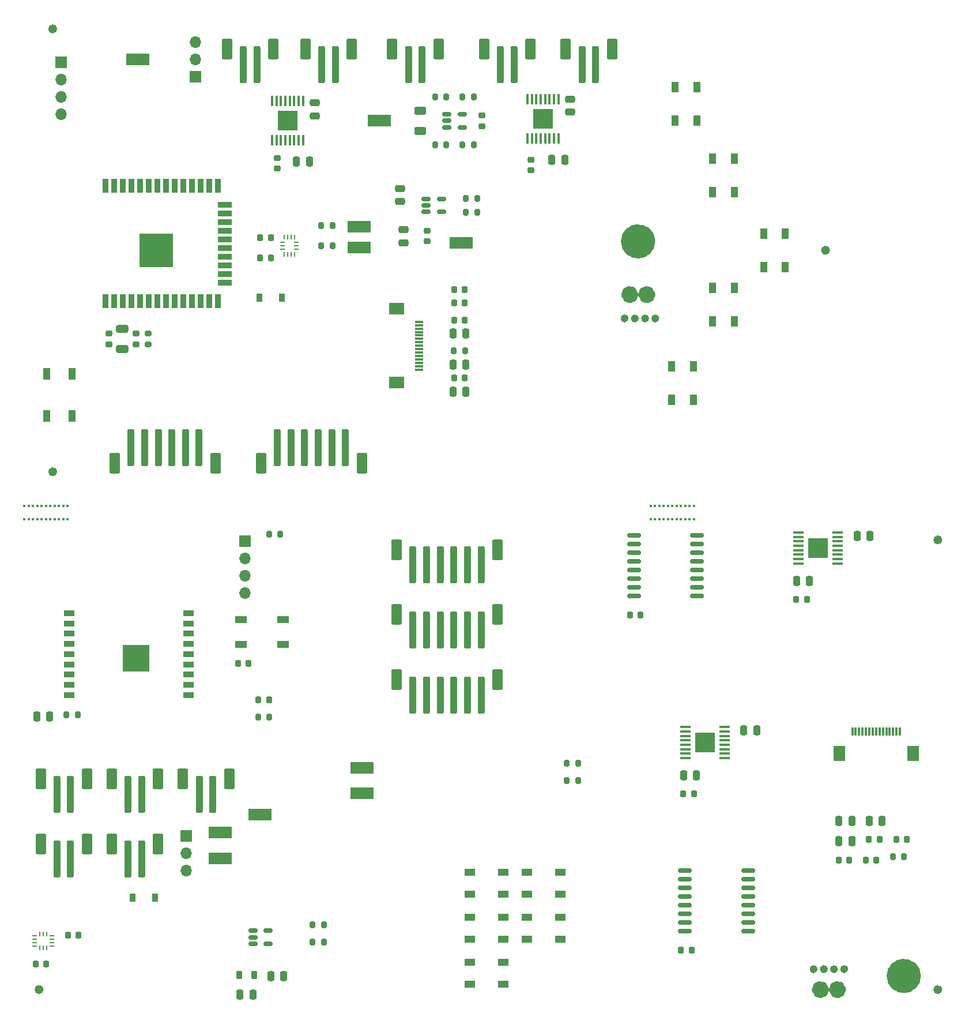
<source format=gbr>
G04 #@! TF.GenerationSoftware,KiCad,Pcbnew,(6.0.7)*
G04 #@! TF.CreationDate,2022-08-30T21:45:04-07:00*
G04 #@! TF.ProjectId,CombinedPanel,436f6d62-696e-4656-9450-616e656c2e6b,rev?*
G04 #@! TF.SameCoordinates,Original*
G04 #@! TF.FileFunction,Soldermask,Top*
G04 #@! TF.FilePolarity,Negative*
%FSLAX46Y46*%
G04 Gerber Fmt 4.6, Leading zero omitted, Abs format (unit mm)*
G04 Created by KiCad (PCBNEW (6.0.7)) date 2022-08-30 21:45:04*
%MOMM*%
%LPD*%
G01*
G04 APERTURE LIST*
G04 Aperture macros list*
%AMRoundRect*
0 Rectangle with rounded corners*
0 $1 Rounding radius*
0 $2 $3 $4 $5 $6 $7 $8 $9 X,Y pos of 4 corners*
0 Add a 4 corners polygon primitive as box body*
4,1,4,$2,$3,$4,$5,$6,$7,$8,$9,$2,$3,0*
0 Add four circle primitives for the rounded corners*
1,1,$1+$1,$2,$3*
1,1,$1+$1,$4,$5*
1,1,$1+$1,$6,$7*
1,1,$1+$1,$8,$9*
0 Add four rect primitives between the rounded corners*
20,1,$1+$1,$2,$3,$4,$5,0*
20,1,$1+$1,$4,$5,$6,$7,0*
20,1,$1+$1,$6,$7,$8,$9,0*
20,1,$1+$1,$8,$9,$2,$3,0*%
G04 Aperture macros list end*
%ADD10C,2.500000*%
%ADD11C,0.650000*%
%ADD12C,1.500000*%
%ADD13C,0.700000*%
%ADD14RoundRect,0.250000X0.250000X2.500000X-0.250000X2.500000X-0.250000X-2.500000X0.250000X-2.500000X0*%
%ADD15RoundRect,0.250000X0.550000X1.250000X-0.550000X1.250000X-0.550000X-1.250000X0.550000X-1.250000X0*%
%ADD16R,1.100000X1.800000*%
%ADD17RoundRect,0.225000X-0.225000X-0.250000X0.225000X-0.250000X0.225000X0.250000X-0.225000X0.250000X0*%
%ADD18RoundRect,0.225000X-0.250000X0.225000X-0.250000X-0.225000X0.250000X-0.225000X0.250000X0.225000X0*%
%ADD19RoundRect,0.200000X-0.200000X-0.275000X0.200000X-0.275000X0.200000X0.275000X-0.200000X0.275000X0*%
%ADD20RoundRect,0.100000X-0.100000X0.675000X-0.100000X-0.675000X0.100000X-0.675000X0.100000X0.675000X0*%
%ADD21R,3.000000X3.000000*%
%ADD22RoundRect,0.250000X0.250000X0.475000X-0.250000X0.475000X-0.250000X-0.475000X0.250000X-0.475000X0*%
%ADD23RoundRect,0.225000X0.225000X0.250000X-0.225000X0.250000X-0.225000X-0.250000X0.225000X-0.250000X0*%
%ADD24R,3.400000X1.800000*%
%ADD25R,1.000000X1.500000*%
%ADD26RoundRect,0.250000X-0.250000X-2.500000X0.250000X-2.500000X0.250000X2.500000X-0.250000X2.500000X0*%
%ADD27RoundRect,0.250000X-0.550000X-1.250000X0.550000X-1.250000X0.550000X1.250000X-0.550000X1.250000X0*%
%ADD28RoundRect,0.250000X-0.250000X-0.475000X0.250000X-0.475000X0.250000X0.475000X-0.250000X0.475000X0*%
%ADD29R,0.900000X1.200000*%
%ADD30RoundRect,0.250000X-0.475000X0.250000X-0.475000X-0.250000X0.475000X-0.250000X0.475000X0.250000X0*%
%ADD31RoundRect,0.200000X0.200000X0.275000X-0.200000X0.275000X-0.200000X-0.275000X0.200000X-0.275000X0*%
%ADD32RoundRect,0.250000X-0.650000X0.325000X-0.650000X-0.325000X0.650000X-0.325000X0.650000X0.325000X0*%
%ADD33RoundRect,0.200000X0.275000X-0.200000X0.275000X0.200000X-0.275000X0.200000X-0.275000X-0.200000X0*%
%ADD34R,1.700000X1.700000*%
%ADD35O,1.700000X1.700000*%
%ADD36R,0.900000X2.000000*%
%ADD37R,2.000000X0.900000*%
%ADD38R,5.000000X5.000000*%
%ADD39R,1.300000X0.300000*%
%ADD40R,2.200000X1.800000*%
%ADD41RoundRect,0.250000X0.475000X-0.250000X0.475000X0.250000X-0.475000X0.250000X-0.475000X-0.250000X0*%
%ADD42C,1.152000*%
%ADD43RoundRect,0.250000X-0.625000X0.312500X-0.625000X-0.312500X0.625000X-0.312500X0.625000X0.312500X0*%
%ADD44RoundRect,0.218750X-0.256250X0.218750X-0.256250X-0.218750X0.256250X-0.218750X0.256250X0.218750X0*%
%ADD45R,0.250000X0.675000*%
%ADD46R,0.675000X0.250000*%
%ADD47RoundRect,0.150000X-0.512500X-0.150000X0.512500X-0.150000X0.512500X0.150000X-0.512500X0.150000X0*%
%ADD48C,0.380000*%
%ADD49R,1.500000X0.900000*%
%ADD50R,4.000000X4.000000*%
%ADD51RoundRect,0.218750X-0.218750X-0.381250X0.218750X-0.381250X0.218750X0.381250X-0.218750X0.381250X0*%
%ADD52R,1.500000X1.000000*%
%ADD53RoundRect,0.150000X-0.875000X-0.150000X0.875000X-0.150000X0.875000X0.150000X-0.875000X0.150000X0*%
%ADD54R,0.300000X1.300000*%
%ADD55R,1.800000X2.200000*%
%ADD56RoundRect,0.100000X-0.675000X-0.100000X0.675000X-0.100000X0.675000X0.100000X-0.675000X0.100000X0*%
%ADD57R,1.800000X1.100000*%
G04 APERTURE END LIST*
D10*
X150218800Y1808200D02*
G75*
G03*
X150218800Y1808200I-1250000J0D01*
G01*
D11*
X63325000Y-32000000D02*
G75*
G03*
X63325000Y-32000000I-325000J0D01*
G01*
X176825000Y500000D02*
G75*
G03*
X176825000Y500000I-325000J0D01*
G01*
D12*
X148250000Y-6000000D02*
G75*
G03*
X148250000Y-6000000I-500000J0D01*
G01*
X150750000Y-6000000D02*
G75*
G03*
X150750000Y-6000000I-500000J0D01*
G01*
D11*
X63325000Y33000000D02*
G75*
G03*
X63325000Y33000000I-325000J0D01*
G01*
D13*
X150250000Y-9500000D02*
G75*
G03*
X150250000Y-9500000I-250000J0D01*
G01*
X151750000Y-9500000D02*
G75*
G03*
X151750000Y-9500000I-250000J0D01*
G01*
X148750000Y-9500000D02*
G75*
G03*
X148750000Y-9500000I-250000J0D01*
G01*
X147250000Y-9500000D02*
G75*
G03*
X147250000Y-9500000I-250000J0D01*
G01*
D11*
X193325000Y-42000000D02*
G75*
G03*
X193325000Y-42000000I-325000J0D01*
G01*
D10*
X189250000Y-106000000D02*
G75*
G03*
X189250000Y-106000000I-1250000J0D01*
G01*
D13*
X179500000Y-105000000D02*
G75*
G03*
X179500000Y-105000000I-250000J0D01*
G01*
X176500000Y-105000000D02*
G75*
G03*
X176500000Y-105000000I-250000J0D01*
G01*
X175000000Y-105000000D02*
G75*
G03*
X175000000Y-105000000I-250000J0D01*
G01*
X178000000Y-105000000D02*
G75*
G03*
X178000000Y-105000000I-250000J0D01*
G01*
D11*
X193325000Y-108000000D02*
G75*
G03*
X193325000Y-108000000I-325000J0D01*
G01*
D12*
X178750000Y-108000000D02*
G75*
G03*
X178750000Y-108000000I-500000J0D01*
G01*
X176250000Y-108000000D02*
G75*
G03*
X176250000Y-108000000I-500000J0D01*
G01*
D11*
X61325000Y-108000000D02*
G75*
G03*
X61325000Y-108000000I-325000J0D01*
G01*
D14*
X84500000Y-28500000D03*
X82500000Y-28500000D03*
X80500000Y-28500000D03*
X78500000Y-28500000D03*
X76500000Y-28500000D03*
X74500000Y-28500000D03*
D15*
X86900000Y-30750000D03*
X72100000Y-30750000D03*
D16*
X62150000Y-23850000D03*
X62150000Y-17650000D03*
X65850000Y-23850000D03*
X65850000Y-17650000D03*
D17*
X121975000Y-7250000D03*
X123525000Y-7250000D03*
D18*
X71250000Y-11725000D03*
X71250000Y-13275000D03*
D19*
X123675000Y8100000D03*
X125325000Y8100000D03*
D20*
X137275000Y22625000D03*
X136625000Y22625000D03*
X135975000Y22625000D03*
X135325000Y22625000D03*
X134675000Y22625000D03*
X134025000Y22625000D03*
X133375000Y22625000D03*
X132725000Y22625000D03*
X132725000Y16875000D03*
X133375000Y16875000D03*
X134025000Y16875000D03*
X134675000Y16875000D03*
X135325000Y16875000D03*
X135975000Y16875000D03*
X136625000Y16875000D03*
X137275000Y16875000D03*
D21*
X135000000Y19750000D03*
D22*
X138200000Y13750000D03*
X136300000Y13750000D03*
D23*
X95025000Y2380000D03*
X93475000Y2380000D03*
D24*
X123000000Y1600000D03*
D25*
X163100000Y-5050000D03*
X159900000Y-5050000D03*
X159900000Y-9950000D03*
X163100000Y-9950000D03*
X153900000Y-21450000D03*
X157100000Y-21450000D03*
X157100000Y-16550000D03*
X153900000Y-16550000D03*
D26*
X140750000Y27750000D03*
X142750000Y27750000D03*
D27*
X145150000Y30000000D03*
X138350000Y30000000D03*
D28*
X121800000Y-16250000D03*
X123700000Y-16250000D03*
D29*
X96650000Y-6500000D03*
X93350000Y-6500000D03*
D18*
X126000000Y20275000D03*
X126000000Y18725000D03*
D30*
X101500000Y22150000D03*
X101500000Y20250000D03*
D24*
X108000000Y3930000D03*
D20*
X99775000Y22375000D03*
X99125000Y22375000D03*
X98475000Y22375000D03*
X97825000Y22375000D03*
X97175000Y22375000D03*
X96525000Y22375000D03*
X95875000Y22375000D03*
X95225000Y22375000D03*
X95225000Y16625000D03*
X95875000Y16625000D03*
X96525000Y16625000D03*
X97175000Y16625000D03*
X97825000Y16625000D03*
X98475000Y16625000D03*
X99125000Y16625000D03*
X99775000Y16625000D03*
D21*
X97500000Y19500000D03*
D31*
X104075000Y4130000D03*
X102425000Y4130000D03*
D19*
X119175000Y23000000D03*
X120825000Y23000000D03*
D30*
X114000000Y9550000D03*
X114000000Y7650000D03*
D32*
X73250000Y-11025000D03*
X73250000Y-13975000D03*
D24*
X108000000Y930000D03*
D30*
X139000000Y22700000D03*
X139000000Y20800000D03*
D33*
X77000000Y-13325000D03*
X77000000Y-11675000D03*
D24*
X111000000Y19500000D03*
D19*
X119175000Y16000000D03*
X120825000Y16000000D03*
D24*
X75500000Y28500000D03*
D34*
X84000000Y25960000D03*
D35*
X84000000Y28500000D03*
X84000000Y31040000D03*
D36*
X70745000Y-7000000D03*
X72015000Y-7000000D03*
X73285000Y-7000000D03*
X74555000Y-7000000D03*
X75825000Y-7000000D03*
X77095000Y-7000000D03*
X78365000Y-7000000D03*
X79635000Y-7000000D03*
X80905000Y-7000000D03*
X82175000Y-7000000D03*
X83445000Y-7000000D03*
X84715000Y-7000000D03*
X85985000Y-7000000D03*
X87255000Y-7000000D03*
D37*
X88255000Y-4215000D03*
X88255000Y-2945000D03*
X88255000Y-1675000D03*
X88255000Y-405000D03*
X88255000Y865000D03*
X88255000Y2135000D03*
X88255000Y3405000D03*
X88255000Y4675000D03*
X88255000Y5945000D03*
X88255000Y7215000D03*
D36*
X87255000Y10000000D03*
X85985000Y10000000D03*
X84715000Y10000000D03*
X83445000Y10000000D03*
X82175000Y10000000D03*
X80905000Y10000000D03*
X79635000Y10000000D03*
X78365000Y10000000D03*
X77095000Y10000000D03*
X75825000Y10000000D03*
X74555000Y10000000D03*
X73285000Y10000000D03*
X72015000Y10000000D03*
X70745000Y10000000D03*
D38*
X78245000Y500000D03*
D39*
X116800000Y-10000000D03*
X116800000Y-10500000D03*
X116800000Y-11000000D03*
X116800000Y-11500000D03*
X116800000Y-12000000D03*
X116800000Y-12500000D03*
X116800000Y-13000000D03*
X116800000Y-13500000D03*
X116800000Y-14000000D03*
X116800000Y-14500000D03*
X116800000Y-15000000D03*
X116800000Y-15500000D03*
X116800000Y-16000000D03*
X116800000Y-16500000D03*
X116800000Y-17000000D03*
D40*
X113550000Y-8100000D03*
X113550000Y-18900000D03*
D31*
X124825000Y16000000D03*
X123175000Y16000000D03*
D41*
X114500000Y1600000D03*
X114500000Y3500000D03*
D42*
X63000000Y-32000000D03*
X176500000Y500000D03*
D26*
X128750000Y27750000D03*
X130750000Y27750000D03*
D27*
X126350000Y30000000D03*
X133150000Y30000000D03*
D25*
X159900000Y9050000D03*
X163100000Y9050000D03*
X163100000Y13950000D03*
X159900000Y13950000D03*
D26*
X102500000Y27750000D03*
X104500000Y27750000D03*
D27*
X100100000Y30000000D03*
X106900000Y30000000D03*
D18*
X75250000Y-11725000D03*
X75250000Y-13275000D03*
D34*
X64250000Y28050000D03*
D35*
X64250000Y25510000D03*
X64250000Y22970000D03*
X64250000Y20430000D03*
D43*
X117000000Y20962500D03*
X117000000Y18037500D03*
D14*
X106000000Y-28500000D03*
X104000000Y-28500000D03*
X102000000Y-28500000D03*
X100000000Y-28500000D03*
X98000000Y-28500000D03*
X96000000Y-28500000D03*
D15*
X108400000Y-30750000D03*
X93600000Y-30750000D03*
D42*
X63000000Y33000000D03*
D19*
X121925000Y-14250000D03*
X123575000Y-14250000D03*
D18*
X133250000Y13775000D03*
X133250000Y12225000D03*
D17*
X121975000Y-18250000D03*
X123525000Y-18250000D03*
X121975000Y-9750000D03*
X123525000Y-9750000D03*
D31*
X124825000Y23000000D03*
X123175000Y23000000D03*
D22*
X100700000Y13500000D03*
X98800000Y13500000D03*
D18*
X96000000Y14025000D03*
X96000000Y12475000D03*
D31*
X104075000Y1130000D03*
X102425000Y1130000D03*
D26*
X91000000Y27750000D03*
X93000000Y27750000D03*
D27*
X88600000Y30000000D03*
X95400000Y30000000D03*
D25*
X167400000Y-1950000D03*
X170600000Y-1950000D03*
X170600000Y2950000D03*
X167400000Y2950000D03*
X154400000Y19550000D03*
X157600000Y19550000D03*
X157600000Y24450000D03*
X154400000Y24450000D03*
D28*
X121800000Y-11750000D03*
X123700000Y-11750000D03*
D44*
X118000000Y3387500D03*
X118000000Y1812500D03*
D28*
X121800000Y-20250000D03*
X123700000Y-20250000D03*
D45*
X98500000Y2392500D03*
X98000000Y2392500D03*
X97500000Y2392500D03*
X97000000Y2392500D03*
D46*
X96737500Y1630000D03*
X96737500Y1130000D03*
X96737500Y630000D03*
D45*
X97000000Y-132500D03*
X97500000Y-132500D03*
X98000000Y-132500D03*
X98500000Y-132500D03*
D46*
X98762500Y630000D03*
X98762500Y1130000D03*
X98762500Y1630000D03*
D47*
X117862500Y8050000D03*
X117862500Y7100000D03*
X117862500Y6150000D03*
X120137500Y6150000D03*
X120137500Y8050000D03*
D23*
X95025000Y-620000D03*
X93475000Y-620000D03*
D17*
X121975000Y-5250000D03*
X123525000Y-5250000D03*
D47*
X120862500Y20450000D03*
X120862500Y19500000D03*
X120862500Y18550000D03*
X123137500Y18550000D03*
X123137500Y20450000D03*
D31*
X125325000Y6100000D03*
X123675000Y6100000D03*
D26*
X115250000Y27750000D03*
X117250000Y27750000D03*
D27*
X119650000Y30000000D03*
X112850000Y30000000D03*
D48*
X156540000Y-37000000D03*
X150825000Y-39000000D03*
X152095000Y-37000000D03*
X154635000Y-39000000D03*
X151460000Y-39000000D03*
X156540000Y-39000000D03*
X152730000Y-37000000D03*
X154000000Y-37000000D03*
X151460000Y-37000000D03*
X154000000Y-39000000D03*
X154635000Y-37000000D03*
X153365000Y-37000000D03*
X153365000Y-39000000D03*
X152095000Y-39000000D03*
X155270000Y-37000000D03*
X155270000Y-39000000D03*
X150825000Y-37000000D03*
X155905000Y-37000000D03*
X152730000Y-39000000D03*
X155905000Y-39000000D03*
X157175000Y-39000000D03*
X157175000Y-37000000D03*
X64540000Y-37000000D03*
X58825000Y-39000000D03*
X60095000Y-37000000D03*
X62635000Y-39000000D03*
X59460000Y-39000000D03*
X64540000Y-39000000D03*
X60730000Y-37000000D03*
X62000000Y-37000000D03*
X59460000Y-37000000D03*
X62000000Y-39000000D03*
X62635000Y-37000000D03*
X61365000Y-37000000D03*
X61365000Y-39000000D03*
X60095000Y-39000000D03*
X63270000Y-37000000D03*
X63270000Y-39000000D03*
X58825000Y-37000000D03*
X63905000Y-37000000D03*
X60730000Y-39000000D03*
X63905000Y-39000000D03*
X65175000Y-39000000D03*
X65175000Y-37000000D03*
D49*
X65429900Y-52767800D03*
X65429900Y-54267800D03*
X65429900Y-55767800D03*
X65429900Y-57267800D03*
X65429900Y-58767800D03*
X65429900Y-60267800D03*
X65429900Y-61767800D03*
X65429900Y-63267800D03*
X65429900Y-64767800D03*
X82929900Y-64767800D03*
X82929900Y-63267800D03*
X82929900Y-61767800D03*
X82929900Y-60267800D03*
X82929900Y-58767800D03*
X82929900Y-57267800D03*
X82929900Y-55767800D03*
X82929900Y-54267800D03*
X82929900Y-52767800D03*
D50*
X75279900Y-59377800D03*
D51*
X90437500Y-105870000D03*
X92562500Y-105870000D03*
D42*
X193000000Y-42000000D03*
D26*
X74079900Y-79327800D03*
X76079900Y-79327800D03*
D27*
X78479900Y-77077800D03*
X71679900Y-77077800D03*
D17*
X65225000Y-100000000D03*
X66775000Y-100000000D03*
D24*
X108439900Y-75427800D03*
D52*
X124264900Y-104025000D03*
X124264900Y-107225000D03*
X129164900Y-107225000D03*
X129164900Y-104025000D03*
D28*
X182920100Y-83230000D03*
X184820100Y-83230000D03*
D26*
X84529900Y-79327800D03*
X86529900Y-79327800D03*
D27*
X82129900Y-77077800D03*
X88929900Y-77077800D03*
D34*
X91279900Y-42217800D03*
D35*
X91279900Y-44757800D03*
X91279900Y-47297800D03*
X91279900Y-49837800D03*
D52*
X132684900Y-97405000D03*
X132684900Y-100605000D03*
X137584900Y-100605000D03*
X137584900Y-97405000D03*
D17*
X155615000Y-79297800D03*
X157165000Y-79297800D03*
X172225000Y-50747800D03*
X173775000Y-50747800D03*
D19*
X186395100Y-88500000D03*
X188045100Y-88500000D03*
D53*
X148350000Y-41372800D03*
X148350000Y-42642800D03*
X148350000Y-43912800D03*
X148350000Y-45182800D03*
X148350000Y-46452800D03*
X148350000Y-47722800D03*
X148350000Y-48992800D03*
X148350000Y-50262800D03*
X157650000Y-50262800D03*
X157650000Y-48992800D03*
X157650000Y-47722800D03*
X157650000Y-46452800D03*
X157650000Y-45182800D03*
X157650000Y-43912800D03*
X157650000Y-42642800D03*
X157650000Y-41372800D03*
D34*
X82629900Y-85427800D03*
D35*
X82629900Y-87967800D03*
X82629900Y-90507800D03*
D19*
X101175000Y-98490000D03*
X102825000Y-98490000D03*
D26*
X74079900Y-88877800D03*
X76079900Y-88877800D03*
D27*
X78479900Y-86627800D03*
X71679900Y-86627800D03*
D28*
X181120000Y-41397800D03*
X183020000Y-41397800D03*
D17*
X182875100Y-85990000D03*
X184425100Y-85990000D03*
D29*
X74729900Y-94477800D03*
X78029900Y-94477800D03*
D54*
X180440000Y-70117800D03*
X180940000Y-70117800D03*
X181440000Y-70117800D03*
X181940000Y-70117800D03*
X182440000Y-70117800D03*
X182940000Y-70117800D03*
X183440000Y-70117800D03*
X183940000Y-70117800D03*
X184440000Y-70117800D03*
X184940000Y-70117800D03*
X185440000Y-70117800D03*
X185940000Y-70117800D03*
X186440000Y-70117800D03*
X186940000Y-70117800D03*
X187440000Y-70117800D03*
D55*
X178540000Y-73367800D03*
X189340000Y-73367800D03*
D42*
X193000000Y-108000000D03*
D56*
X155935000Y-69462800D03*
X155935000Y-70112800D03*
X155935000Y-70762800D03*
X155935000Y-71412800D03*
X155935000Y-72062800D03*
X155935000Y-72712800D03*
X155935000Y-73362800D03*
X155935000Y-74012800D03*
X161685000Y-74012800D03*
X161685000Y-73362800D03*
X161685000Y-72712800D03*
X161685000Y-72062800D03*
X161685000Y-71412800D03*
X161685000Y-70762800D03*
X161685000Y-70112800D03*
X161685000Y-69462800D03*
D21*
X158810000Y-71737800D03*
D24*
X108439900Y-79177800D03*
D57*
X90629900Y-53667800D03*
X96829900Y-53667800D03*
X90629900Y-57367800D03*
X96829900Y-57367800D03*
D19*
X138494900Y-77317800D03*
X140144900Y-77317800D03*
D53*
X155859900Y-90555000D03*
X155859900Y-91825000D03*
X155859900Y-93095000D03*
X155859900Y-94365000D03*
X155859900Y-95635000D03*
X155859900Y-96905000D03*
X155859900Y-98175000D03*
X155859900Y-99445000D03*
X165159900Y-99445000D03*
X165159900Y-98175000D03*
X165159900Y-96905000D03*
X165159900Y-95635000D03*
X165159900Y-94365000D03*
X165159900Y-93095000D03*
X165159900Y-91825000D03*
X165159900Y-90555000D03*
D26*
X63629900Y-88877800D03*
X65629900Y-88877800D03*
D27*
X68029900Y-86627800D03*
X61229900Y-86627800D03*
D17*
X60475000Y-104250000D03*
X62025000Y-104250000D03*
D19*
X93175000Y-68000000D03*
X94825000Y-68000000D03*
D17*
X93225000Y-65490000D03*
X94775000Y-65490000D03*
D19*
X138494900Y-74807800D03*
X140144900Y-74807800D03*
D26*
X115919900Y-64767800D03*
X117919900Y-64767800D03*
X119919900Y-64767800D03*
X121919900Y-64767800D03*
X123919900Y-64767800D03*
X125919900Y-64767800D03*
D27*
X128319900Y-62517800D03*
X113519900Y-62517800D03*
D28*
X60679900Y-67947800D03*
X62579900Y-67947800D03*
D24*
X87629900Y-84977800D03*
D17*
X186885100Y-85990000D03*
X188435100Y-85990000D03*
D28*
X164510000Y-69947800D03*
X166410000Y-69947800D03*
D17*
X147775000Y-52997800D03*
X149325000Y-52997800D03*
D28*
X178470100Y-86240000D03*
X180370100Y-86240000D03*
D17*
X178425100Y-89000000D03*
X179975100Y-89000000D03*
X90184900Y-60147800D03*
X91734900Y-60147800D03*
D28*
X178470100Y-83230000D03*
X180370100Y-83230000D03*
X155660000Y-76537800D03*
X157560000Y-76537800D03*
D52*
X132684900Y-90785000D03*
X132684900Y-93985000D03*
X137584900Y-93985000D03*
X137584900Y-90785000D03*
D19*
X101175000Y-101000000D03*
X102825000Y-101000000D03*
D24*
X93429900Y-82317800D03*
D28*
X172270000Y-47987800D03*
X174170000Y-47987800D03*
D17*
X155284900Y-102180000D03*
X156834900Y-102180000D03*
D42*
X61000000Y-108000000D03*
D56*
X172545000Y-40912800D03*
X172545000Y-41562800D03*
X172545000Y-42212800D03*
X172545000Y-42862800D03*
X172545000Y-43512800D03*
X172545000Y-44162800D03*
X172545000Y-44812800D03*
X172545000Y-45462800D03*
X178295000Y-45462800D03*
X178295000Y-44812800D03*
X178295000Y-44162800D03*
X178295000Y-43512800D03*
X178295000Y-42862800D03*
X178295000Y-42212800D03*
X178295000Y-41562800D03*
X178295000Y-40912800D03*
D21*
X175420000Y-43187800D03*
D17*
X182435100Y-89000000D03*
X183985100Y-89000000D03*
D52*
X124264900Y-90785000D03*
X124264900Y-93985000D03*
X129164900Y-93985000D03*
X129164900Y-90785000D03*
D24*
X87629900Y-88727800D03*
D28*
X95050000Y-106000000D03*
X96950000Y-106000000D03*
D26*
X115919900Y-55217800D03*
X117919900Y-55217800D03*
X119919900Y-55217800D03*
X121919900Y-55217800D03*
X123919900Y-55217800D03*
X125919900Y-55217800D03*
D27*
X113519900Y-52967800D03*
X128319900Y-52967800D03*
D46*
X60357500Y-100120000D03*
X60357500Y-100620000D03*
X60357500Y-101120000D03*
X60357500Y-101620000D03*
D45*
X61120000Y-101882500D03*
X61620000Y-101882500D03*
X62120000Y-101882500D03*
D46*
X62882500Y-101620000D03*
X62882500Y-101120000D03*
X62882500Y-100620000D03*
X62882500Y-100120000D03*
D45*
X62120000Y-99857500D03*
X61620000Y-99857500D03*
X61120000Y-99857500D03*
D19*
X65034900Y-67697800D03*
X66684900Y-67697800D03*
D26*
X63629900Y-79327800D03*
X65629900Y-79327800D03*
D27*
X68029900Y-77077800D03*
X61229900Y-77077800D03*
D47*
X92392400Y-99377800D03*
X92392400Y-100327800D03*
X92392400Y-101277800D03*
X94667400Y-101277800D03*
X94667400Y-99377800D03*
D28*
X90500000Y-108750000D03*
X92400000Y-108750000D03*
D19*
X94784900Y-41147800D03*
X96434900Y-41147800D03*
D52*
X124264900Y-97405000D03*
X124264900Y-100605000D03*
X129164900Y-100605000D03*
X129164900Y-97405000D03*
D26*
X115919900Y-45667800D03*
X117919900Y-45667800D03*
X119919900Y-45667800D03*
X121919900Y-45667800D03*
X123919900Y-45667800D03*
X125919900Y-45667800D03*
D27*
X128319900Y-43417800D03*
X113519900Y-43417800D03*
M02*

</source>
